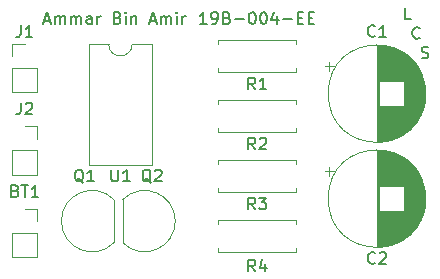
<source format=gbr>
%TF.GenerationSoftware,KiCad,Pcbnew,(5.1.10)-1*%
%TF.CreationDate,2023-02-26T17:14:06+05:00*%
%TF.ProjectId,Open_Loop_DC_Motor_Speed_Control_Project,4f70656e-5f4c-46f6-9f70-5f44435f4d6f,rev?*%
%TF.SameCoordinates,Original*%
%TF.FileFunction,Legend,Top*%
%TF.FilePolarity,Positive*%
%FSLAX46Y46*%
G04 Gerber Fmt 4.6, Leading zero omitted, Abs format (unit mm)*
G04 Created by KiCad (PCBNEW (5.1.10)-1) date 2023-02-26 17:14:06*
%MOMM*%
%LPD*%
G01*
G04 APERTURE LIST*
%ADD10C,0.150000*%
%ADD11C,0.120000*%
G04 APERTURE END LIST*
D10*
X107736428Y-33821666D02*
X108212619Y-33821666D01*
X107641190Y-34107380D02*
X107974523Y-33107380D01*
X108307857Y-34107380D01*
X108641190Y-34107380D02*
X108641190Y-33440714D01*
X108641190Y-33535952D02*
X108688809Y-33488333D01*
X108784047Y-33440714D01*
X108926904Y-33440714D01*
X109022142Y-33488333D01*
X109069761Y-33583571D01*
X109069761Y-34107380D01*
X109069761Y-33583571D02*
X109117380Y-33488333D01*
X109212619Y-33440714D01*
X109355476Y-33440714D01*
X109450714Y-33488333D01*
X109498333Y-33583571D01*
X109498333Y-34107380D01*
X109974523Y-34107380D02*
X109974523Y-33440714D01*
X109974523Y-33535952D02*
X110022142Y-33488333D01*
X110117380Y-33440714D01*
X110260238Y-33440714D01*
X110355476Y-33488333D01*
X110403095Y-33583571D01*
X110403095Y-34107380D01*
X110403095Y-33583571D02*
X110450714Y-33488333D01*
X110545952Y-33440714D01*
X110688809Y-33440714D01*
X110784047Y-33488333D01*
X110831666Y-33583571D01*
X110831666Y-34107380D01*
X111736428Y-34107380D02*
X111736428Y-33583571D01*
X111688809Y-33488333D01*
X111593571Y-33440714D01*
X111403095Y-33440714D01*
X111307857Y-33488333D01*
X111736428Y-34059761D02*
X111641190Y-34107380D01*
X111403095Y-34107380D01*
X111307857Y-34059761D01*
X111260238Y-33964523D01*
X111260238Y-33869285D01*
X111307857Y-33774047D01*
X111403095Y-33726428D01*
X111641190Y-33726428D01*
X111736428Y-33678809D01*
X112212619Y-34107380D02*
X112212619Y-33440714D01*
X112212619Y-33631190D02*
X112260238Y-33535952D01*
X112307857Y-33488333D01*
X112403095Y-33440714D01*
X112498333Y-33440714D01*
X113926904Y-33583571D02*
X114069761Y-33631190D01*
X114117380Y-33678809D01*
X114165000Y-33774047D01*
X114165000Y-33916904D01*
X114117380Y-34012142D01*
X114069761Y-34059761D01*
X113974523Y-34107380D01*
X113593571Y-34107380D01*
X113593571Y-33107380D01*
X113926904Y-33107380D01*
X114022142Y-33155000D01*
X114069761Y-33202619D01*
X114117380Y-33297857D01*
X114117380Y-33393095D01*
X114069761Y-33488333D01*
X114022142Y-33535952D01*
X113926904Y-33583571D01*
X113593571Y-33583571D01*
X114593571Y-34107380D02*
X114593571Y-33440714D01*
X114593571Y-33107380D02*
X114545952Y-33155000D01*
X114593571Y-33202619D01*
X114641190Y-33155000D01*
X114593571Y-33107380D01*
X114593571Y-33202619D01*
X115069761Y-33440714D02*
X115069761Y-34107380D01*
X115069761Y-33535952D02*
X115117380Y-33488333D01*
X115212619Y-33440714D01*
X115355476Y-33440714D01*
X115450714Y-33488333D01*
X115498333Y-33583571D01*
X115498333Y-34107380D01*
X116688809Y-33821666D02*
X117165000Y-33821666D01*
X116593571Y-34107380D02*
X116926904Y-33107380D01*
X117260238Y-34107380D01*
X117593571Y-34107380D02*
X117593571Y-33440714D01*
X117593571Y-33535952D02*
X117641190Y-33488333D01*
X117736428Y-33440714D01*
X117879285Y-33440714D01*
X117974523Y-33488333D01*
X118022142Y-33583571D01*
X118022142Y-34107380D01*
X118022142Y-33583571D02*
X118069761Y-33488333D01*
X118165000Y-33440714D01*
X118307857Y-33440714D01*
X118403095Y-33488333D01*
X118450714Y-33583571D01*
X118450714Y-34107380D01*
X118926904Y-34107380D02*
X118926904Y-33440714D01*
X118926904Y-33107380D02*
X118879285Y-33155000D01*
X118926904Y-33202619D01*
X118974523Y-33155000D01*
X118926904Y-33107380D01*
X118926904Y-33202619D01*
X119403095Y-34107380D02*
X119403095Y-33440714D01*
X119403095Y-33631190D02*
X119450714Y-33535952D01*
X119498333Y-33488333D01*
X119593571Y-33440714D01*
X119688809Y-33440714D01*
X138739523Y-33727380D02*
X138263333Y-33727380D01*
X138263333Y-32727380D01*
X139501428Y-35282142D02*
X139453809Y-35329761D01*
X139310952Y-35377380D01*
X139215714Y-35377380D01*
X139072857Y-35329761D01*
X138977619Y-35234523D01*
X138930000Y-35139285D01*
X138882380Y-34948809D01*
X138882380Y-34805952D01*
X138930000Y-34615476D01*
X138977619Y-34520238D01*
X139072857Y-34425000D01*
X139215714Y-34377380D01*
X139310952Y-34377380D01*
X139453809Y-34425000D01*
X139501428Y-34472619D01*
X139668095Y-36979761D02*
X139810952Y-37027380D01*
X140049047Y-37027380D01*
X140144285Y-36979761D01*
X140191904Y-36932142D01*
X140239523Y-36836904D01*
X140239523Y-36741666D01*
X140191904Y-36646428D01*
X140144285Y-36598809D01*
X140049047Y-36551190D01*
X139858571Y-36503571D01*
X139763333Y-36455952D01*
X139715714Y-36408333D01*
X139668095Y-36313095D01*
X139668095Y-36217857D01*
X139715714Y-36122619D01*
X139763333Y-36075000D01*
X139858571Y-36027380D01*
X140096666Y-36027380D01*
X140239523Y-36075000D01*
X121468095Y-34107380D02*
X120896666Y-34107380D01*
X121182380Y-34107380D02*
X121182380Y-33107380D01*
X121087142Y-33250238D01*
X120991904Y-33345476D01*
X120896666Y-33393095D01*
X121944285Y-34107380D02*
X122134761Y-34107380D01*
X122230000Y-34059761D01*
X122277619Y-34012142D01*
X122372857Y-33869285D01*
X122420476Y-33678809D01*
X122420476Y-33297857D01*
X122372857Y-33202619D01*
X122325238Y-33155000D01*
X122230000Y-33107380D01*
X122039523Y-33107380D01*
X121944285Y-33155000D01*
X121896666Y-33202619D01*
X121849047Y-33297857D01*
X121849047Y-33535952D01*
X121896666Y-33631190D01*
X121944285Y-33678809D01*
X122039523Y-33726428D01*
X122230000Y-33726428D01*
X122325238Y-33678809D01*
X122372857Y-33631190D01*
X122420476Y-33535952D01*
X123182380Y-33583571D02*
X123325238Y-33631190D01*
X123372857Y-33678809D01*
X123420476Y-33774047D01*
X123420476Y-33916904D01*
X123372857Y-34012142D01*
X123325238Y-34059761D01*
X123230000Y-34107380D01*
X122849047Y-34107380D01*
X122849047Y-33107380D01*
X123182380Y-33107380D01*
X123277619Y-33155000D01*
X123325238Y-33202619D01*
X123372857Y-33297857D01*
X123372857Y-33393095D01*
X123325238Y-33488333D01*
X123277619Y-33535952D01*
X123182380Y-33583571D01*
X122849047Y-33583571D01*
X123849047Y-33726428D02*
X124610952Y-33726428D01*
X125277619Y-33107380D02*
X125372857Y-33107380D01*
X125468095Y-33155000D01*
X125515714Y-33202619D01*
X125563333Y-33297857D01*
X125610952Y-33488333D01*
X125610952Y-33726428D01*
X125563333Y-33916904D01*
X125515714Y-34012142D01*
X125468095Y-34059761D01*
X125372857Y-34107380D01*
X125277619Y-34107380D01*
X125182380Y-34059761D01*
X125134761Y-34012142D01*
X125087142Y-33916904D01*
X125039523Y-33726428D01*
X125039523Y-33488333D01*
X125087142Y-33297857D01*
X125134761Y-33202619D01*
X125182380Y-33155000D01*
X125277619Y-33107380D01*
X126230000Y-33107380D02*
X126325238Y-33107380D01*
X126420476Y-33155000D01*
X126468095Y-33202619D01*
X126515714Y-33297857D01*
X126563333Y-33488333D01*
X126563333Y-33726428D01*
X126515714Y-33916904D01*
X126468095Y-34012142D01*
X126420476Y-34059761D01*
X126325238Y-34107380D01*
X126230000Y-34107380D01*
X126134761Y-34059761D01*
X126087142Y-34012142D01*
X126039523Y-33916904D01*
X125991904Y-33726428D01*
X125991904Y-33488333D01*
X126039523Y-33297857D01*
X126087142Y-33202619D01*
X126134761Y-33155000D01*
X126230000Y-33107380D01*
X127420476Y-33440714D02*
X127420476Y-34107380D01*
X127182380Y-33059761D02*
X126944285Y-33774047D01*
X127563333Y-33774047D01*
X127944285Y-33726428D02*
X128706190Y-33726428D01*
X129182380Y-33583571D02*
X129515714Y-33583571D01*
X129658571Y-34107380D02*
X129182380Y-34107380D01*
X129182380Y-33107380D01*
X129658571Y-33107380D01*
X130087142Y-33583571D02*
X130420476Y-33583571D01*
X130563333Y-34107380D02*
X130087142Y-34107380D01*
X130087142Y-33107380D01*
X130563333Y-33107380D01*
D11*
%TO.C,BT1*%
X104985000Y-51800000D02*
X107105000Y-51800000D01*
X104985000Y-51800000D02*
X104985000Y-53860000D01*
X104985000Y-53860000D02*
X107105000Y-53860000D01*
X107105000Y-51800000D02*
X107105000Y-53860000D01*
X107105000Y-49740000D02*
X107105000Y-50800000D01*
X106045000Y-49740000D02*
X107105000Y-49740000D01*
%TO.C,C1*%
X139990000Y-40005000D02*
G75*
G03*
X139990000Y-40005000I-4120000J0D01*
G01*
X135870000Y-35925000D02*
X135870000Y-44085000D01*
X135910000Y-35925000D02*
X135910000Y-44085000D01*
X135950000Y-35925000D02*
X135950000Y-44085000D01*
X135990000Y-35926000D02*
X135990000Y-44084000D01*
X136030000Y-35928000D02*
X136030000Y-44082000D01*
X136070000Y-35929000D02*
X136070000Y-44081000D01*
X136110000Y-35931000D02*
X136110000Y-38965000D01*
X136110000Y-41045000D02*
X136110000Y-44079000D01*
X136150000Y-35934000D02*
X136150000Y-38965000D01*
X136150000Y-41045000D02*
X136150000Y-44076000D01*
X136190000Y-35937000D02*
X136190000Y-38965000D01*
X136190000Y-41045000D02*
X136190000Y-44073000D01*
X136230000Y-35940000D02*
X136230000Y-38965000D01*
X136230000Y-41045000D02*
X136230000Y-44070000D01*
X136270000Y-35944000D02*
X136270000Y-38965000D01*
X136270000Y-41045000D02*
X136270000Y-44066000D01*
X136310000Y-35948000D02*
X136310000Y-38965000D01*
X136310000Y-41045000D02*
X136310000Y-44062000D01*
X136350000Y-35953000D02*
X136350000Y-38965000D01*
X136350000Y-41045000D02*
X136350000Y-44057000D01*
X136390000Y-35957000D02*
X136390000Y-38965000D01*
X136390000Y-41045000D02*
X136390000Y-44053000D01*
X136430000Y-35963000D02*
X136430000Y-38965000D01*
X136430000Y-41045000D02*
X136430000Y-44047000D01*
X136470000Y-35968000D02*
X136470000Y-38965000D01*
X136470000Y-41045000D02*
X136470000Y-44042000D01*
X136510000Y-35975000D02*
X136510000Y-38965000D01*
X136510000Y-41045000D02*
X136510000Y-44035000D01*
X136550000Y-35981000D02*
X136550000Y-38965000D01*
X136550000Y-41045000D02*
X136550000Y-44029000D01*
X136591000Y-35988000D02*
X136591000Y-38965000D01*
X136591000Y-41045000D02*
X136591000Y-44022000D01*
X136631000Y-35995000D02*
X136631000Y-38965000D01*
X136631000Y-41045000D02*
X136631000Y-44015000D01*
X136671000Y-36003000D02*
X136671000Y-38965000D01*
X136671000Y-41045000D02*
X136671000Y-44007000D01*
X136711000Y-36011000D02*
X136711000Y-38965000D01*
X136711000Y-41045000D02*
X136711000Y-43999000D01*
X136751000Y-36020000D02*
X136751000Y-38965000D01*
X136751000Y-41045000D02*
X136751000Y-43990000D01*
X136791000Y-36029000D02*
X136791000Y-38965000D01*
X136791000Y-41045000D02*
X136791000Y-43981000D01*
X136831000Y-36038000D02*
X136831000Y-38965000D01*
X136831000Y-41045000D02*
X136831000Y-43972000D01*
X136871000Y-36048000D02*
X136871000Y-38965000D01*
X136871000Y-41045000D02*
X136871000Y-43962000D01*
X136911000Y-36058000D02*
X136911000Y-38965000D01*
X136911000Y-41045000D02*
X136911000Y-43952000D01*
X136951000Y-36069000D02*
X136951000Y-38965000D01*
X136951000Y-41045000D02*
X136951000Y-43941000D01*
X136991000Y-36080000D02*
X136991000Y-38965000D01*
X136991000Y-41045000D02*
X136991000Y-43930000D01*
X137031000Y-36091000D02*
X137031000Y-38965000D01*
X137031000Y-41045000D02*
X137031000Y-43919000D01*
X137071000Y-36103000D02*
X137071000Y-38965000D01*
X137071000Y-41045000D02*
X137071000Y-43907000D01*
X137111000Y-36116000D02*
X137111000Y-38965000D01*
X137111000Y-41045000D02*
X137111000Y-43894000D01*
X137151000Y-36128000D02*
X137151000Y-38965000D01*
X137151000Y-41045000D02*
X137151000Y-43882000D01*
X137191000Y-36142000D02*
X137191000Y-38965000D01*
X137191000Y-41045000D02*
X137191000Y-43868000D01*
X137231000Y-36155000D02*
X137231000Y-38965000D01*
X137231000Y-41045000D02*
X137231000Y-43855000D01*
X137271000Y-36170000D02*
X137271000Y-38965000D01*
X137271000Y-41045000D02*
X137271000Y-43840000D01*
X137311000Y-36184000D02*
X137311000Y-38965000D01*
X137311000Y-41045000D02*
X137311000Y-43826000D01*
X137351000Y-36200000D02*
X137351000Y-38965000D01*
X137351000Y-41045000D02*
X137351000Y-43810000D01*
X137391000Y-36215000D02*
X137391000Y-38965000D01*
X137391000Y-41045000D02*
X137391000Y-43795000D01*
X137431000Y-36231000D02*
X137431000Y-38965000D01*
X137431000Y-41045000D02*
X137431000Y-43779000D01*
X137471000Y-36248000D02*
X137471000Y-38965000D01*
X137471000Y-41045000D02*
X137471000Y-43762000D01*
X137511000Y-36265000D02*
X137511000Y-38965000D01*
X137511000Y-41045000D02*
X137511000Y-43745000D01*
X137551000Y-36283000D02*
X137551000Y-38965000D01*
X137551000Y-41045000D02*
X137551000Y-43727000D01*
X137591000Y-36301000D02*
X137591000Y-38965000D01*
X137591000Y-41045000D02*
X137591000Y-43709000D01*
X137631000Y-36319000D02*
X137631000Y-38965000D01*
X137631000Y-41045000D02*
X137631000Y-43691000D01*
X137671000Y-36339000D02*
X137671000Y-38965000D01*
X137671000Y-41045000D02*
X137671000Y-43671000D01*
X137711000Y-36358000D02*
X137711000Y-38965000D01*
X137711000Y-41045000D02*
X137711000Y-43652000D01*
X137751000Y-36378000D02*
X137751000Y-38965000D01*
X137751000Y-41045000D02*
X137751000Y-43632000D01*
X137791000Y-36399000D02*
X137791000Y-38965000D01*
X137791000Y-41045000D02*
X137791000Y-43611000D01*
X137831000Y-36421000D02*
X137831000Y-38965000D01*
X137831000Y-41045000D02*
X137831000Y-43589000D01*
X137871000Y-36443000D02*
X137871000Y-38965000D01*
X137871000Y-41045000D02*
X137871000Y-43567000D01*
X137911000Y-36465000D02*
X137911000Y-38965000D01*
X137911000Y-41045000D02*
X137911000Y-43545000D01*
X137951000Y-36488000D02*
X137951000Y-38965000D01*
X137951000Y-41045000D02*
X137951000Y-43522000D01*
X137991000Y-36512000D02*
X137991000Y-38965000D01*
X137991000Y-41045000D02*
X137991000Y-43498000D01*
X138031000Y-36536000D02*
X138031000Y-38965000D01*
X138031000Y-41045000D02*
X138031000Y-43474000D01*
X138071000Y-36561000D02*
X138071000Y-38965000D01*
X138071000Y-41045000D02*
X138071000Y-43449000D01*
X138111000Y-36587000D02*
X138111000Y-38965000D01*
X138111000Y-41045000D02*
X138111000Y-43423000D01*
X138151000Y-36613000D02*
X138151000Y-38965000D01*
X138151000Y-41045000D02*
X138151000Y-43397000D01*
X138191000Y-36640000D02*
X138191000Y-43370000D01*
X138231000Y-36667000D02*
X138231000Y-43343000D01*
X138271000Y-36696000D02*
X138271000Y-43314000D01*
X138311000Y-36725000D02*
X138311000Y-43285000D01*
X138351000Y-36755000D02*
X138351000Y-43255000D01*
X138391000Y-36785000D02*
X138391000Y-43225000D01*
X138431000Y-36816000D02*
X138431000Y-43194000D01*
X138471000Y-36849000D02*
X138471000Y-43161000D01*
X138511000Y-36881000D02*
X138511000Y-43129000D01*
X138551000Y-36915000D02*
X138551000Y-43095000D01*
X138591000Y-36950000D02*
X138591000Y-43060000D01*
X138631000Y-36986000D02*
X138631000Y-43024000D01*
X138671000Y-37022000D02*
X138671000Y-42988000D01*
X138711000Y-37060000D02*
X138711000Y-42950000D01*
X138751000Y-37098000D02*
X138751000Y-42912000D01*
X138791000Y-37138000D02*
X138791000Y-42872000D01*
X138831000Y-37179000D02*
X138831000Y-42831000D01*
X138871000Y-37221000D02*
X138871000Y-42789000D01*
X138911000Y-37264000D02*
X138911000Y-42746000D01*
X138951000Y-37308000D02*
X138951000Y-42702000D01*
X138991000Y-37354000D02*
X138991000Y-42656000D01*
X139031000Y-37401000D02*
X139031000Y-42609000D01*
X139071000Y-37449000D02*
X139071000Y-42561000D01*
X139111000Y-37500000D02*
X139111000Y-42510000D01*
X139151000Y-37551000D02*
X139151000Y-42459000D01*
X139191000Y-37605000D02*
X139191000Y-42405000D01*
X139231000Y-37660000D02*
X139231000Y-42350000D01*
X139271000Y-37718000D02*
X139271000Y-42292000D01*
X139311000Y-37777000D02*
X139311000Y-42233000D01*
X139351000Y-37839000D02*
X139351000Y-42171000D01*
X139391000Y-37903000D02*
X139391000Y-42107000D01*
X139431000Y-37971000D02*
X139431000Y-42039000D01*
X139471000Y-38041000D02*
X139471000Y-41969000D01*
X139511000Y-38115000D02*
X139511000Y-41895000D01*
X139551000Y-38192000D02*
X139551000Y-41818000D01*
X139591000Y-38274000D02*
X139591000Y-41736000D01*
X139631000Y-38360000D02*
X139631000Y-41650000D01*
X139671000Y-38453000D02*
X139671000Y-41557000D01*
X139711000Y-38552000D02*
X139711000Y-41458000D01*
X139751000Y-38659000D02*
X139751000Y-41351000D01*
X139791000Y-38776000D02*
X139791000Y-41234000D01*
X139831000Y-38907000D02*
X139831000Y-41103000D01*
X139871000Y-39057000D02*
X139871000Y-40953000D01*
X139911000Y-39237000D02*
X139911000Y-40773000D01*
X139951000Y-39472000D02*
X139951000Y-40538000D01*
X131460302Y-37690000D02*
X132260302Y-37690000D01*
X131860302Y-37290000D02*
X131860302Y-38090000D01*
%TO.C,C2*%
X131860302Y-46180000D02*
X131860302Y-46980000D01*
X131460302Y-46580000D02*
X132260302Y-46580000D01*
X139951000Y-48362000D02*
X139951000Y-49428000D01*
X139911000Y-48127000D02*
X139911000Y-49663000D01*
X139871000Y-47947000D02*
X139871000Y-49843000D01*
X139831000Y-47797000D02*
X139831000Y-49993000D01*
X139791000Y-47666000D02*
X139791000Y-50124000D01*
X139751000Y-47549000D02*
X139751000Y-50241000D01*
X139711000Y-47442000D02*
X139711000Y-50348000D01*
X139671000Y-47343000D02*
X139671000Y-50447000D01*
X139631000Y-47250000D02*
X139631000Y-50540000D01*
X139591000Y-47164000D02*
X139591000Y-50626000D01*
X139551000Y-47082000D02*
X139551000Y-50708000D01*
X139511000Y-47005000D02*
X139511000Y-50785000D01*
X139471000Y-46931000D02*
X139471000Y-50859000D01*
X139431000Y-46861000D02*
X139431000Y-50929000D01*
X139391000Y-46793000D02*
X139391000Y-50997000D01*
X139351000Y-46729000D02*
X139351000Y-51061000D01*
X139311000Y-46667000D02*
X139311000Y-51123000D01*
X139271000Y-46608000D02*
X139271000Y-51182000D01*
X139231000Y-46550000D02*
X139231000Y-51240000D01*
X139191000Y-46495000D02*
X139191000Y-51295000D01*
X139151000Y-46441000D02*
X139151000Y-51349000D01*
X139111000Y-46390000D02*
X139111000Y-51400000D01*
X139071000Y-46339000D02*
X139071000Y-51451000D01*
X139031000Y-46291000D02*
X139031000Y-51499000D01*
X138991000Y-46244000D02*
X138991000Y-51546000D01*
X138951000Y-46198000D02*
X138951000Y-51592000D01*
X138911000Y-46154000D02*
X138911000Y-51636000D01*
X138871000Y-46111000D02*
X138871000Y-51679000D01*
X138831000Y-46069000D02*
X138831000Y-51721000D01*
X138791000Y-46028000D02*
X138791000Y-51762000D01*
X138751000Y-45988000D02*
X138751000Y-51802000D01*
X138711000Y-45950000D02*
X138711000Y-51840000D01*
X138671000Y-45912000D02*
X138671000Y-51878000D01*
X138631000Y-45876000D02*
X138631000Y-51914000D01*
X138591000Y-45840000D02*
X138591000Y-51950000D01*
X138551000Y-45805000D02*
X138551000Y-51985000D01*
X138511000Y-45771000D02*
X138511000Y-52019000D01*
X138471000Y-45739000D02*
X138471000Y-52051000D01*
X138431000Y-45706000D02*
X138431000Y-52084000D01*
X138391000Y-45675000D02*
X138391000Y-52115000D01*
X138351000Y-45645000D02*
X138351000Y-52145000D01*
X138311000Y-45615000D02*
X138311000Y-52175000D01*
X138271000Y-45586000D02*
X138271000Y-52204000D01*
X138231000Y-45557000D02*
X138231000Y-52233000D01*
X138191000Y-45530000D02*
X138191000Y-52260000D01*
X138151000Y-49935000D02*
X138151000Y-52287000D01*
X138151000Y-45503000D02*
X138151000Y-47855000D01*
X138111000Y-49935000D02*
X138111000Y-52313000D01*
X138111000Y-45477000D02*
X138111000Y-47855000D01*
X138071000Y-49935000D02*
X138071000Y-52339000D01*
X138071000Y-45451000D02*
X138071000Y-47855000D01*
X138031000Y-49935000D02*
X138031000Y-52364000D01*
X138031000Y-45426000D02*
X138031000Y-47855000D01*
X137991000Y-49935000D02*
X137991000Y-52388000D01*
X137991000Y-45402000D02*
X137991000Y-47855000D01*
X137951000Y-49935000D02*
X137951000Y-52412000D01*
X137951000Y-45378000D02*
X137951000Y-47855000D01*
X137911000Y-49935000D02*
X137911000Y-52435000D01*
X137911000Y-45355000D02*
X137911000Y-47855000D01*
X137871000Y-49935000D02*
X137871000Y-52457000D01*
X137871000Y-45333000D02*
X137871000Y-47855000D01*
X137831000Y-49935000D02*
X137831000Y-52479000D01*
X137831000Y-45311000D02*
X137831000Y-47855000D01*
X137791000Y-49935000D02*
X137791000Y-52501000D01*
X137791000Y-45289000D02*
X137791000Y-47855000D01*
X137751000Y-49935000D02*
X137751000Y-52522000D01*
X137751000Y-45268000D02*
X137751000Y-47855000D01*
X137711000Y-49935000D02*
X137711000Y-52542000D01*
X137711000Y-45248000D02*
X137711000Y-47855000D01*
X137671000Y-49935000D02*
X137671000Y-52561000D01*
X137671000Y-45229000D02*
X137671000Y-47855000D01*
X137631000Y-49935000D02*
X137631000Y-52581000D01*
X137631000Y-45209000D02*
X137631000Y-47855000D01*
X137591000Y-49935000D02*
X137591000Y-52599000D01*
X137591000Y-45191000D02*
X137591000Y-47855000D01*
X137551000Y-49935000D02*
X137551000Y-52617000D01*
X137551000Y-45173000D02*
X137551000Y-47855000D01*
X137511000Y-49935000D02*
X137511000Y-52635000D01*
X137511000Y-45155000D02*
X137511000Y-47855000D01*
X137471000Y-49935000D02*
X137471000Y-52652000D01*
X137471000Y-45138000D02*
X137471000Y-47855000D01*
X137431000Y-49935000D02*
X137431000Y-52669000D01*
X137431000Y-45121000D02*
X137431000Y-47855000D01*
X137391000Y-49935000D02*
X137391000Y-52685000D01*
X137391000Y-45105000D02*
X137391000Y-47855000D01*
X137351000Y-49935000D02*
X137351000Y-52700000D01*
X137351000Y-45090000D02*
X137351000Y-47855000D01*
X137311000Y-49935000D02*
X137311000Y-52716000D01*
X137311000Y-45074000D02*
X137311000Y-47855000D01*
X137271000Y-49935000D02*
X137271000Y-52730000D01*
X137271000Y-45060000D02*
X137271000Y-47855000D01*
X137231000Y-49935000D02*
X137231000Y-52745000D01*
X137231000Y-45045000D02*
X137231000Y-47855000D01*
X137191000Y-49935000D02*
X137191000Y-52758000D01*
X137191000Y-45032000D02*
X137191000Y-47855000D01*
X137151000Y-49935000D02*
X137151000Y-52772000D01*
X137151000Y-45018000D02*
X137151000Y-47855000D01*
X137111000Y-49935000D02*
X137111000Y-52784000D01*
X137111000Y-45006000D02*
X137111000Y-47855000D01*
X137071000Y-49935000D02*
X137071000Y-52797000D01*
X137071000Y-44993000D02*
X137071000Y-47855000D01*
X137031000Y-49935000D02*
X137031000Y-52809000D01*
X137031000Y-44981000D02*
X137031000Y-47855000D01*
X136991000Y-49935000D02*
X136991000Y-52820000D01*
X136991000Y-44970000D02*
X136991000Y-47855000D01*
X136951000Y-49935000D02*
X136951000Y-52831000D01*
X136951000Y-44959000D02*
X136951000Y-47855000D01*
X136911000Y-49935000D02*
X136911000Y-52842000D01*
X136911000Y-44948000D02*
X136911000Y-47855000D01*
X136871000Y-49935000D02*
X136871000Y-52852000D01*
X136871000Y-44938000D02*
X136871000Y-47855000D01*
X136831000Y-49935000D02*
X136831000Y-52862000D01*
X136831000Y-44928000D02*
X136831000Y-47855000D01*
X136791000Y-49935000D02*
X136791000Y-52871000D01*
X136791000Y-44919000D02*
X136791000Y-47855000D01*
X136751000Y-49935000D02*
X136751000Y-52880000D01*
X136751000Y-44910000D02*
X136751000Y-47855000D01*
X136711000Y-49935000D02*
X136711000Y-52889000D01*
X136711000Y-44901000D02*
X136711000Y-47855000D01*
X136671000Y-49935000D02*
X136671000Y-52897000D01*
X136671000Y-44893000D02*
X136671000Y-47855000D01*
X136631000Y-49935000D02*
X136631000Y-52905000D01*
X136631000Y-44885000D02*
X136631000Y-47855000D01*
X136591000Y-49935000D02*
X136591000Y-52912000D01*
X136591000Y-44878000D02*
X136591000Y-47855000D01*
X136550000Y-49935000D02*
X136550000Y-52919000D01*
X136550000Y-44871000D02*
X136550000Y-47855000D01*
X136510000Y-49935000D02*
X136510000Y-52925000D01*
X136510000Y-44865000D02*
X136510000Y-47855000D01*
X136470000Y-49935000D02*
X136470000Y-52932000D01*
X136470000Y-44858000D02*
X136470000Y-47855000D01*
X136430000Y-49935000D02*
X136430000Y-52937000D01*
X136430000Y-44853000D02*
X136430000Y-47855000D01*
X136390000Y-49935000D02*
X136390000Y-52943000D01*
X136390000Y-44847000D02*
X136390000Y-47855000D01*
X136350000Y-49935000D02*
X136350000Y-52947000D01*
X136350000Y-44843000D02*
X136350000Y-47855000D01*
X136310000Y-49935000D02*
X136310000Y-52952000D01*
X136310000Y-44838000D02*
X136310000Y-47855000D01*
X136270000Y-49935000D02*
X136270000Y-52956000D01*
X136270000Y-44834000D02*
X136270000Y-47855000D01*
X136230000Y-49935000D02*
X136230000Y-52960000D01*
X136230000Y-44830000D02*
X136230000Y-47855000D01*
X136190000Y-49935000D02*
X136190000Y-52963000D01*
X136190000Y-44827000D02*
X136190000Y-47855000D01*
X136150000Y-49935000D02*
X136150000Y-52966000D01*
X136150000Y-44824000D02*
X136150000Y-47855000D01*
X136110000Y-49935000D02*
X136110000Y-52969000D01*
X136110000Y-44821000D02*
X136110000Y-47855000D01*
X136070000Y-44819000D02*
X136070000Y-52971000D01*
X136030000Y-44818000D02*
X136030000Y-52972000D01*
X135990000Y-44816000D02*
X135990000Y-52974000D01*
X135950000Y-44815000D02*
X135950000Y-52975000D01*
X135910000Y-44815000D02*
X135910000Y-52975000D01*
X135870000Y-44815000D02*
X135870000Y-52975000D01*
X139990000Y-48895000D02*
G75*
G03*
X139990000Y-48895000I-4120000J0D01*
G01*
%TO.C,J1*%
X104985000Y-39890000D02*
X107105000Y-39890000D01*
X104985000Y-37830000D02*
X104985000Y-39890000D01*
X107105000Y-37830000D02*
X107105000Y-39890000D01*
X104985000Y-37830000D02*
X107105000Y-37830000D01*
X104985000Y-36830000D02*
X104985000Y-35770000D01*
X104985000Y-35770000D02*
X106045000Y-35770000D01*
%TO.C,J2*%
X106045000Y-42755000D02*
X107105000Y-42755000D01*
X107105000Y-42755000D02*
X107105000Y-43815000D01*
X107105000Y-44815000D02*
X107105000Y-46875000D01*
X104985000Y-46875000D02*
X107105000Y-46875000D01*
X104985000Y-44815000D02*
X104985000Y-46875000D01*
X104985000Y-44815000D02*
X107105000Y-44815000D01*
%TO.C,Q1*%
X113610000Y-52600000D02*
X113610000Y-49000000D01*
X113598478Y-52638478D02*
G75*
G02*
X109160000Y-50800000I-1838478J1838478D01*
G01*
X113598478Y-48961522D02*
G75*
G03*
X109160000Y-50800000I-1838478J-1838478D01*
G01*
%TO.C,Q2*%
X114355000Y-49000000D02*
X114355000Y-52600000D01*
X114366522Y-52638478D02*
G75*
G03*
X118805000Y-50800000I1838478J1838478D01*
G01*
X114366522Y-48961522D02*
G75*
G02*
X118805000Y-50800000I1838478J-1838478D01*
G01*
%TO.C,R1*%
X129000000Y-37870000D02*
X129000000Y-38200000D01*
X129000000Y-38200000D02*
X122460000Y-38200000D01*
X122460000Y-38200000D02*
X122460000Y-37870000D01*
X129000000Y-35790000D02*
X129000000Y-35460000D01*
X129000000Y-35460000D02*
X122460000Y-35460000D01*
X122460000Y-35460000D02*
X122460000Y-35790000D01*
%TO.C,R2*%
X122460000Y-40540000D02*
X122460000Y-40870000D01*
X129000000Y-40540000D02*
X122460000Y-40540000D01*
X129000000Y-40870000D02*
X129000000Y-40540000D01*
X122460000Y-43280000D02*
X122460000Y-42950000D01*
X129000000Y-43280000D02*
X122460000Y-43280000D01*
X129000000Y-42950000D02*
X129000000Y-43280000D01*
%TO.C,R3*%
X129000000Y-48030000D02*
X129000000Y-48360000D01*
X129000000Y-48360000D02*
X122460000Y-48360000D01*
X122460000Y-48360000D02*
X122460000Y-48030000D01*
X129000000Y-45950000D02*
X129000000Y-45620000D01*
X129000000Y-45620000D02*
X122460000Y-45620000D01*
X122460000Y-45620000D02*
X122460000Y-45950000D01*
%TO.C,R4*%
X129000000Y-53440000D02*
X129000000Y-53110000D01*
X122460000Y-53440000D02*
X129000000Y-53440000D01*
X122460000Y-53110000D02*
X122460000Y-53440000D01*
X129000000Y-50700000D02*
X129000000Y-51030000D01*
X122460000Y-50700000D02*
X129000000Y-50700000D01*
X122460000Y-51030000D02*
X122460000Y-50700000D01*
%TO.C,U1*%
X113155001Y-35805001D02*
X111505001Y-35805001D01*
X111505001Y-35805001D02*
X111505001Y-46085001D01*
X111505001Y-46085001D02*
X116805001Y-46085001D01*
X116805001Y-46085001D02*
X116805001Y-35805001D01*
X116805001Y-35805001D02*
X115155001Y-35805001D01*
X115155001Y-35805001D02*
G75*
G02*
X113155001Y-35805001I-1000000J0D01*
G01*
%TO.C,BT1*%
D10*
X105259285Y-48228571D02*
X105402142Y-48276190D01*
X105449761Y-48323809D01*
X105497380Y-48419047D01*
X105497380Y-48561904D01*
X105449761Y-48657142D01*
X105402142Y-48704761D01*
X105306904Y-48752380D01*
X104925952Y-48752380D01*
X104925952Y-47752380D01*
X105259285Y-47752380D01*
X105354523Y-47800000D01*
X105402142Y-47847619D01*
X105449761Y-47942857D01*
X105449761Y-48038095D01*
X105402142Y-48133333D01*
X105354523Y-48180952D01*
X105259285Y-48228571D01*
X104925952Y-48228571D01*
X105783095Y-47752380D02*
X106354523Y-47752380D01*
X106068809Y-48752380D02*
X106068809Y-47752380D01*
X107211666Y-48752380D02*
X106640238Y-48752380D01*
X106925952Y-48752380D02*
X106925952Y-47752380D01*
X106830714Y-47895238D01*
X106735476Y-47990476D01*
X106640238Y-48038095D01*
%TO.C,C1*%
X135703333Y-35112142D02*
X135655714Y-35159761D01*
X135512857Y-35207380D01*
X135417619Y-35207380D01*
X135274761Y-35159761D01*
X135179523Y-35064523D01*
X135131904Y-34969285D01*
X135084285Y-34778809D01*
X135084285Y-34635952D01*
X135131904Y-34445476D01*
X135179523Y-34350238D01*
X135274761Y-34255000D01*
X135417619Y-34207380D01*
X135512857Y-34207380D01*
X135655714Y-34255000D01*
X135703333Y-34302619D01*
X136655714Y-35207380D02*
X136084285Y-35207380D01*
X136370000Y-35207380D02*
X136370000Y-34207380D01*
X136274761Y-34350238D01*
X136179523Y-34445476D01*
X136084285Y-34493095D01*
%TO.C,C2*%
X135723333Y-54332142D02*
X135675714Y-54379761D01*
X135532857Y-54427380D01*
X135437619Y-54427380D01*
X135294761Y-54379761D01*
X135199523Y-54284523D01*
X135151904Y-54189285D01*
X135104285Y-53998809D01*
X135104285Y-53855952D01*
X135151904Y-53665476D01*
X135199523Y-53570238D01*
X135294761Y-53475000D01*
X135437619Y-53427380D01*
X135532857Y-53427380D01*
X135675714Y-53475000D01*
X135723333Y-53522619D01*
X136104285Y-53522619D02*
X136151904Y-53475000D01*
X136247142Y-53427380D01*
X136485238Y-53427380D01*
X136580476Y-53475000D01*
X136628095Y-53522619D01*
X136675714Y-53617857D01*
X136675714Y-53713095D01*
X136628095Y-53855952D01*
X136056666Y-54427380D01*
X136675714Y-54427380D01*
%TO.C,J1*%
X105711666Y-34222380D02*
X105711666Y-34936666D01*
X105664047Y-35079523D01*
X105568809Y-35174761D01*
X105425952Y-35222380D01*
X105330714Y-35222380D01*
X106711666Y-35222380D02*
X106140238Y-35222380D01*
X106425952Y-35222380D02*
X106425952Y-34222380D01*
X106330714Y-34365238D01*
X106235476Y-34460476D01*
X106140238Y-34508095D01*
%TO.C,J2*%
X105711666Y-40767380D02*
X105711666Y-41481666D01*
X105664047Y-41624523D01*
X105568809Y-41719761D01*
X105425952Y-41767380D01*
X105330714Y-41767380D01*
X106140238Y-40862619D02*
X106187857Y-40815000D01*
X106283095Y-40767380D01*
X106521190Y-40767380D01*
X106616428Y-40815000D01*
X106664047Y-40862619D01*
X106711666Y-40957857D01*
X106711666Y-41053095D01*
X106664047Y-41195952D01*
X106092619Y-41767380D01*
X106711666Y-41767380D01*
%TO.C,Q1*%
X111029761Y-47537619D02*
X110934523Y-47490000D01*
X110839285Y-47394761D01*
X110696428Y-47251904D01*
X110601190Y-47204285D01*
X110505952Y-47204285D01*
X110553571Y-47442380D02*
X110458333Y-47394761D01*
X110363095Y-47299523D01*
X110315476Y-47109047D01*
X110315476Y-46775714D01*
X110363095Y-46585238D01*
X110458333Y-46490000D01*
X110553571Y-46442380D01*
X110744047Y-46442380D01*
X110839285Y-46490000D01*
X110934523Y-46585238D01*
X110982142Y-46775714D01*
X110982142Y-47109047D01*
X110934523Y-47299523D01*
X110839285Y-47394761D01*
X110744047Y-47442380D01*
X110553571Y-47442380D01*
X111934523Y-47442380D02*
X111363095Y-47442380D01*
X111648809Y-47442380D02*
X111648809Y-46442380D01*
X111553571Y-46585238D01*
X111458333Y-46680476D01*
X111363095Y-46728095D01*
%TO.C,Q2*%
X116744761Y-47537619D02*
X116649523Y-47490000D01*
X116554285Y-47394761D01*
X116411428Y-47251904D01*
X116316190Y-47204285D01*
X116220952Y-47204285D01*
X116268571Y-47442380D02*
X116173333Y-47394761D01*
X116078095Y-47299523D01*
X116030476Y-47109047D01*
X116030476Y-46775714D01*
X116078095Y-46585238D01*
X116173333Y-46490000D01*
X116268571Y-46442380D01*
X116459047Y-46442380D01*
X116554285Y-46490000D01*
X116649523Y-46585238D01*
X116697142Y-46775714D01*
X116697142Y-47109047D01*
X116649523Y-47299523D01*
X116554285Y-47394761D01*
X116459047Y-47442380D01*
X116268571Y-47442380D01*
X117078095Y-46537619D02*
X117125714Y-46490000D01*
X117220952Y-46442380D01*
X117459047Y-46442380D01*
X117554285Y-46490000D01*
X117601904Y-46537619D01*
X117649523Y-46632857D01*
X117649523Y-46728095D01*
X117601904Y-46870952D01*
X117030476Y-47442380D01*
X117649523Y-47442380D01*
%TO.C,R1*%
X125563333Y-39652380D02*
X125230000Y-39176190D01*
X124991904Y-39652380D02*
X124991904Y-38652380D01*
X125372857Y-38652380D01*
X125468095Y-38700000D01*
X125515714Y-38747619D01*
X125563333Y-38842857D01*
X125563333Y-38985714D01*
X125515714Y-39080952D01*
X125468095Y-39128571D01*
X125372857Y-39176190D01*
X124991904Y-39176190D01*
X126515714Y-39652380D02*
X125944285Y-39652380D01*
X126230000Y-39652380D02*
X126230000Y-38652380D01*
X126134761Y-38795238D01*
X126039523Y-38890476D01*
X125944285Y-38938095D01*
%TO.C,R2*%
X125563333Y-44732380D02*
X125230000Y-44256190D01*
X124991904Y-44732380D02*
X124991904Y-43732380D01*
X125372857Y-43732380D01*
X125468095Y-43780000D01*
X125515714Y-43827619D01*
X125563333Y-43922857D01*
X125563333Y-44065714D01*
X125515714Y-44160952D01*
X125468095Y-44208571D01*
X125372857Y-44256190D01*
X124991904Y-44256190D01*
X125944285Y-43827619D02*
X125991904Y-43780000D01*
X126087142Y-43732380D01*
X126325238Y-43732380D01*
X126420476Y-43780000D01*
X126468095Y-43827619D01*
X126515714Y-43922857D01*
X126515714Y-44018095D01*
X126468095Y-44160952D01*
X125896666Y-44732380D01*
X126515714Y-44732380D01*
%TO.C,R3*%
X125563333Y-49812380D02*
X125230000Y-49336190D01*
X124991904Y-49812380D02*
X124991904Y-48812380D01*
X125372857Y-48812380D01*
X125468095Y-48860000D01*
X125515714Y-48907619D01*
X125563333Y-49002857D01*
X125563333Y-49145714D01*
X125515714Y-49240952D01*
X125468095Y-49288571D01*
X125372857Y-49336190D01*
X124991904Y-49336190D01*
X125896666Y-48812380D02*
X126515714Y-48812380D01*
X126182380Y-49193333D01*
X126325238Y-49193333D01*
X126420476Y-49240952D01*
X126468095Y-49288571D01*
X126515714Y-49383809D01*
X126515714Y-49621904D01*
X126468095Y-49717142D01*
X126420476Y-49764761D01*
X126325238Y-49812380D01*
X126039523Y-49812380D01*
X125944285Y-49764761D01*
X125896666Y-49717142D01*
%TO.C,R4*%
X125563333Y-55062380D02*
X125230000Y-54586190D01*
X124991904Y-55062380D02*
X124991904Y-54062380D01*
X125372857Y-54062380D01*
X125468095Y-54110000D01*
X125515714Y-54157619D01*
X125563333Y-54252857D01*
X125563333Y-54395714D01*
X125515714Y-54490952D01*
X125468095Y-54538571D01*
X125372857Y-54586190D01*
X124991904Y-54586190D01*
X126420476Y-54395714D02*
X126420476Y-55062380D01*
X126182380Y-54014761D02*
X125944285Y-54729047D01*
X126563333Y-54729047D01*
%TO.C,U1*%
X113393096Y-46442380D02*
X113393096Y-47251904D01*
X113440715Y-47347142D01*
X113488334Y-47394761D01*
X113583572Y-47442380D01*
X113774048Y-47442380D01*
X113869286Y-47394761D01*
X113916905Y-47347142D01*
X113964524Y-47251904D01*
X113964524Y-46442380D01*
X114964524Y-47442380D02*
X114393096Y-47442380D01*
X114678810Y-47442380D02*
X114678810Y-46442380D01*
X114583572Y-46585238D01*
X114488334Y-46680476D01*
X114393096Y-46728095D01*
%TD*%
M02*

</source>
